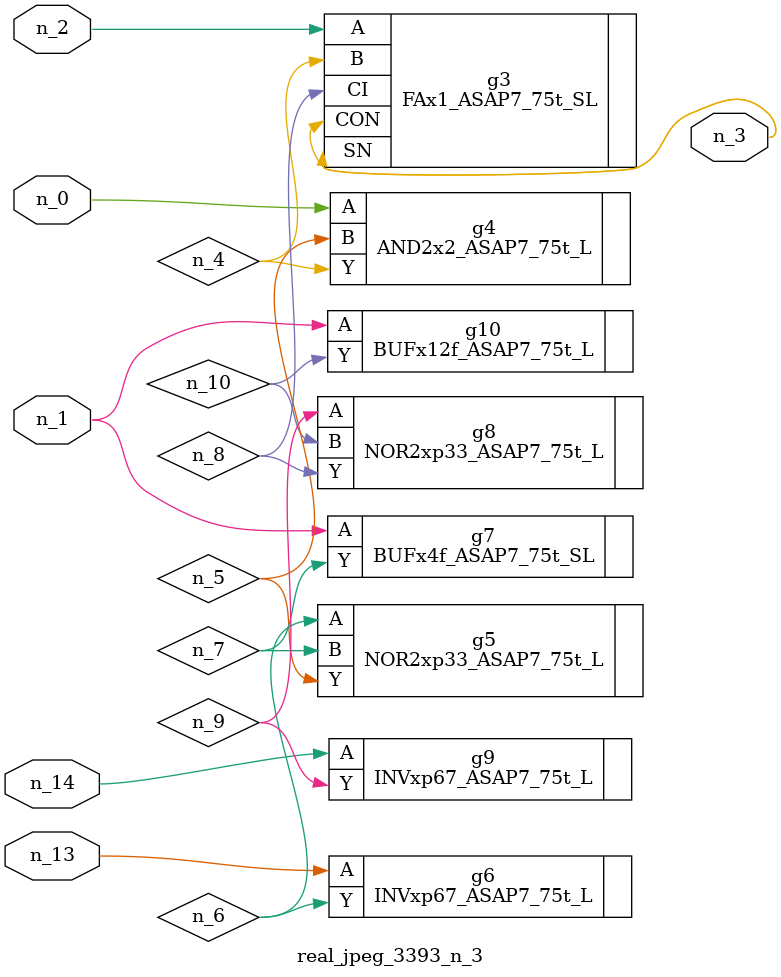
<source format=v>
module real_jpeg_3393_n_3 (n_0, n_1, n_14, n_2, n_13, n_3);

input n_0;
input n_1;
input n_14;
input n_2;
input n_13;

output n_3;

wire n_5;
wire n_4;
wire n_8;
wire n_6;
wire n_7;
wire n_10;
wire n_9;

AND2x2_ASAP7_75t_L g4 ( 
.A(n_0),
.B(n_5),
.Y(n_4)
);

BUFx4f_ASAP7_75t_SL g7 ( 
.A(n_1),
.Y(n_7)
);

BUFx12f_ASAP7_75t_L g10 ( 
.A(n_1),
.Y(n_10)
);

FAx1_ASAP7_75t_SL g3 ( 
.A(n_2),
.B(n_4),
.CI(n_8),
.CON(n_3),
.SN(n_3)
);

NOR2xp33_ASAP7_75t_L g5 ( 
.A(n_6),
.B(n_7),
.Y(n_5)
);

NOR2xp33_ASAP7_75t_L g8 ( 
.A(n_9),
.B(n_10),
.Y(n_8)
);

INVxp67_ASAP7_75t_L g6 ( 
.A(n_13),
.Y(n_6)
);

INVxp67_ASAP7_75t_L g9 ( 
.A(n_14),
.Y(n_9)
);


endmodule
</source>
